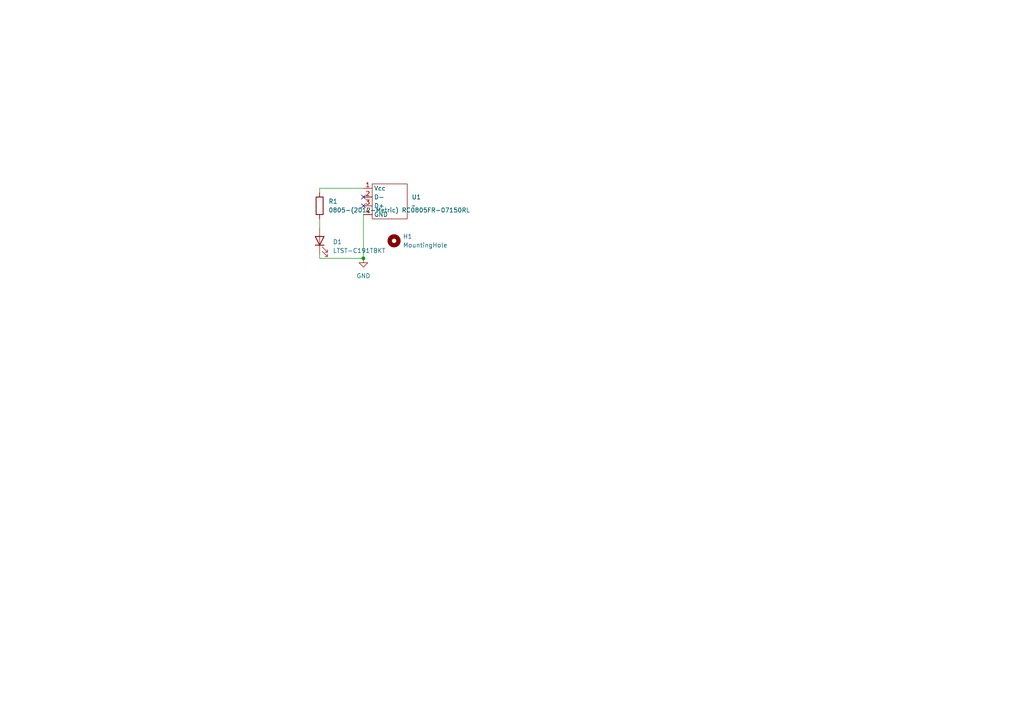
<source format=kicad_sch>
(kicad_sch
	(version 20250114)
	(generator "eeschema")
	(generator_version "9.0")
	(uuid "a00fde5f-78d8-47c4-91cf-f88cc3b941fd")
	(paper "A4")
	(lib_symbols
		(symbol "Device:LED"
			(pin_numbers
				(hide yes)
			)
			(pin_names
				(offset 1.016)
				(hide yes)
			)
			(exclude_from_sim no)
			(in_bom yes)
			(on_board yes)
			(property "Reference" "D"
				(at 0 2.54 0)
				(effects
					(font
						(size 1.27 1.27)
					)
				)
			)
			(property "Value" "LED"
				(at 0 -2.54 0)
				(effects
					(font
						(size 1.27 1.27)
					)
				)
			)
			(property "Footprint" ""
				(at 0 0 0)
				(effects
					(font
						(size 1.27 1.27)
					)
					(hide yes)
				)
			)
			(property "Datasheet" "~"
				(at 0 0 0)
				(effects
					(font
						(size 1.27 1.27)
					)
					(hide yes)
				)
			)
			(property "Description" "Light emitting diode"
				(at 0 0 0)
				(effects
					(font
						(size 1.27 1.27)
					)
					(hide yes)
				)
			)
			(property "Sim.Pins" "1=K 2=A"
				(at 0 0 0)
				(effects
					(font
						(size 1.27 1.27)
					)
					(hide yes)
				)
			)
			(property "ki_keywords" "LED diode"
				(at 0 0 0)
				(effects
					(font
						(size 1.27 1.27)
					)
					(hide yes)
				)
			)
			(property "ki_fp_filters" "LED* LED_SMD:* LED_THT:*"
				(at 0 0 0)
				(effects
					(font
						(size 1.27 1.27)
					)
					(hide yes)
				)
			)
			(symbol "LED_0_1"
				(polyline
					(pts
						(xy -3.048 -0.762) (xy -4.572 -2.286) (xy -3.81 -2.286) (xy -4.572 -2.286) (xy -4.572 -1.524)
					)
					(stroke
						(width 0)
						(type default)
					)
					(fill
						(type none)
					)
				)
				(polyline
					(pts
						(xy -1.778 -0.762) (xy -3.302 -2.286) (xy -2.54 -2.286) (xy -3.302 -2.286) (xy -3.302 -1.524)
					)
					(stroke
						(width 0)
						(type default)
					)
					(fill
						(type none)
					)
				)
				(polyline
					(pts
						(xy -1.27 0) (xy 1.27 0)
					)
					(stroke
						(width 0)
						(type default)
					)
					(fill
						(type none)
					)
				)
				(polyline
					(pts
						(xy -1.27 -1.27) (xy -1.27 1.27)
					)
					(stroke
						(width 0.254)
						(type default)
					)
					(fill
						(type none)
					)
				)
				(polyline
					(pts
						(xy 1.27 -1.27) (xy 1.27 1.27) (xy -1.27 0) (xy 1.27 -1.27)
					)
					(stroke
						(width 0.254)
						(type default)
					)
					(fill
						(type none)
					)
				)
			)
			(symbol "LED_1_1"
				(pin passive line
					(at -3.81 0 0)
					(length 2.54)
					(name "K"
						(effects
							(font
								(size 1.27 1.27)
							)
						)
					)
					(number "1"
						(effects
							(font
								(size 1.27 1.27)
							)
						)
					)
				)
				(pin passive line
					(at 3.81 0 180)
					(length 2.54)
					(name "A"
						(effects
							(font
								(size 1.27 1.27)
							)
						)
					)
					(number "2"
						(effects
							(font
								(size 1.27 1.27)
							)
						)
					)
				)
			)
			(embedded_fonts no)
		)
		(symbol "Device:R"
			(pin_numbers
				(hide yes)
			)
			(pin_names
				(offset 0)
			)
			(exclude_from_sim no)
			(in_bom yes)
			(on_board yes)
			(property "Reference" "R"
				(at 2.032 0 90)
				(effects
					(font
						(size 1.27 1.27)
					)
				)
			)
			(property "Value" "R"
				(at 0 0 90)
				(effects
					(font
						(size 1.27 1.27)
					)
				)
			)
			(property "Footprint" ""
				(at -1.778 0 90)
				(effects
					(font
						(size 1.27 1.27)
					)
					(hide yes)
				)
			)
			(property "Datasheet" "~"
				(at 0 0 0)
				(effects
					(font
						(size 1.27 1.27)
					)
					(hide yes)
				)
			)
			(property "Description" "Resistor"
				(at 0 0 0)
				(effects
					(font
						(size 1.27 1.27)
					)
					(hide yes)
				)
			)
			(property "ki_keywords" "R res resistor"
				(at 0 0 0)
				(effects
					(font
						(size 1.27 1.27)
					)
					(hide yes)
				)
			)
			(property "ki_fp_filters" "R_*"
				(at 0 0 0)
				(effects
					(font
						(size 1.27 1.27)
					)
					(hide yes)
				)
			)
			(symbol "R_0_1"
				(rectangle
					(start -1.016 -2.54)
					(end 1.016 2.54)
					(stroke
						(width 0.254)
						(type default)
					)
					(fill
						(type none)
					)
				)
			)
			(symbol "R_1_1"
				(pin passive line
					(at 0 3.81 270)
					(length 1.27)
					(name "~"
						(effects
							(font
								(size 1.27 1.27)
							)
						)
					)
					(number "1"
						(effects
							(font
								(size 1.27 1.27)
							)
						)
					)
				)
				(pin passive line
					(at 0 -3.81 90)
					(length 1.27)
					(name "~"
						(effects
							(font
								(size 1.27 1.27)
							)
						)
					)
					(number "2"
						(effects
							(font
								(size 1.27 1.27)
							)
						)
					)
				)
			)
			(embedded_fonts no)
		)
		(symbol "Mechanical:MountingHole"
			(pin_names
				(offset 1.016)
			)
			(exclude_from_sim no)
			(in_bom no)
			(on_board yes)
			(property "Reference" "H"
				(at 0 5.08 0)
				(effects
					(font
						(size 1.27 1.27)
					)
				)
			)
			(property "Value" "MountingHole"
				(at 0 3.175 0)
				(effects
					(font
						(size 1.27 1.27)
					)
				)
			)
			(property "Footprint" ""
				(at 0 0 0)
				(effects
					(font
						(size 1.27 1.27)
					)
					(hide yes)
				)
			)
			(property "Datasheet" "~"
				(at 0 0 0)
				(effects
					(font
						(size 1.27 1.27)
					)
					(hide yes)
				)
			)
			(property "Description" "Mounting Hole without connection"
				(at 0 0 0)
				(effects
					(font
						(size 1.27 1.27)
					)
					(hide yes)
				)
			)
			(property "ki_keywords" "mounting hole"
				(at 0 0 0)
				(effects
					(font
						(size 1.27 1.27)
					)
					(hide yes)
				)
			)
			(property "ki_fp_filters" "MountingHole*"
				(at 0 0 0)
				(effects
					(font
						(size 1.27 1.27)
					)
					(hide yes)
				)
			)
			(symbol "MountingHole_0_1"
				(circle
					(center 0 0)
					(radius 1.27)
					(stroke
						(width 1.27)
						(type default)
					)
					(fill
						(type none)
					)
				)
			)
			(embedded_fonts no)
		)
		(symbol "New_Library:Male_USB_A"
			(exclude_from_sim no)
			(in_bom yes)
			(on_board yes)
			(property "Reference" "U1"
				(at 11.43 8.8901 0)
				(effects
					(font
						(size 1.27 1.27)
					)
					(justify left)
				)
			)
			(property "Value" "~"
				(at 11.43 6.3501 0)
				(effects
					(font
						(size 1.27 1.27)
					)
					(justify left)
				)
			)
			(property "Footprint" "Library:USB_A_Male"
				(at 0 0 0)
				(effects
					(font
						(size 1.27 1.27)
					)
					(hide yes)
				)
			)
			(property "Datasheet" ""
				(at 0 0 0)
				(effects
					(font
						(size 1.27 1.27)
					)
					(hide yes)
				)
			)
			(property "Description" ""
				(at 0 0 0)
				(effects
					(font
						(size 1.27 1.27)
					)
					(hide yes)
				)
			)
			(symbol "Male_USB_A_0_1"
				(rectangle
					(start 0 12.7)
					(end 10.16 2.54)
					(stroke
						(width 0)
						(type default)
					)
					(fill
						(type none)
					)
				)
			)
			(symbol "Male_USB_A_1_1"
				(pin power_in line
					(at -2.54 11.43 0)
					(length 2.54)
					(name "Vcc"
						(effects
							(font
								(size 1.27 1.27)
							)
						)
					)
					(number "1"
						(effects
							(font
								(size 1.27 1.27)
							)
						)
					)
				)
				(pin bidirectional line
					(at -2.54 8.89 0)
					(length 2.54)
					(name "D-"
						(effects
							(font
								(size 1.27 1.27)
							)
						)
					)
					(number "2"
						(effects
							(font
								(size 1.27 1.27)
							)
						)
					)
				)
				(pin bidirectional line
					(at -2.54 6.35 0)
					(length 2.54)
					(name "D+"
						(effects
							(font
								(size 1.27 1.27)
							)
						)
					)
					(number "3"
						(effects
							(font
								(size 1.27 1.27)
							)
						)
					)
				)
				(pin power_in line
					(at -2.54 3.81 0)
					(length 2.54)
					(name "GND"
						(effects
							(font
								(size 1.27 1.27)
							)
						)
					)
					(number "4"
						(effects
							(font
								(size 1.27 1.27)
							)
						)
					)
				)
			)
			(embedded_fonts no)
		)
		(symbol "power:GND"
			(power)
			(pin_numbers
				(hide yes)
			)
			(pin_names
				(offset 0)
				(hide yes)
			)
			(exclude_from_sim no)
			(in_bom yes)
			(on_board yes)
			(property "Reference" "#PWR"
				(at 0 -6.35 0)
				(effects
					(font
						(size 1.27 1.27)
					)
					(hide yes)
				)
			)
			(property "Value" "GND"
				(at 0 -3.81 0)
				(effects
					(font
						(size 1.27 1.27)
					)
				)
			)
			(property "Footprint" ""
				(at 0 0 0)
				(effects
					(font
						(size 1.27 1.27)
					)
					(hide yes)
				)
			)
			(property "Datasheet" ""
				(at 0 0 0)
				(effects
					(font
						(size 1.27 1.27)
					)
					(hide yes)
				)
			)
			(property "Description" "Power symbol creates a global label with name \"GND\" , ground"
				(at 0 0 0)
				(effects
					(font
						(size 1.27 1.27)
					)
					(hide yes)
				)
			)
			(property "ki_keywords" "global power"
				(at 0 0 0)
				(effects
					(font
						(size 1.27 1.27)
					)
					(hide yes)
				)
			)
			(symbol "GND_0_1"
				(polyline
					(pts
						(xy 0 0) (xy 0 -1.27) (xy 1.27 -1.27) (xy 0 -2.54) (xy -1.27 -1.27) (xy 0 -1.27)
					)
					(stroke
						(width 0)
						(type default)
					)
					(fill
						(type none)
					)
				)
			)
			(symbol "GND_1_1"
				(pin power_in line
					(at 0 0 270)
					(length 0)
					(name "~"
						(effects
							(font
								(size 1.27 1.27)
							)
						)
					)
					(number "1"
						(effects
							(font
								(size 1.27 1.27)
							)
						)
					)
				)
			)
			(embedded_fonts no)
		)
	)
	(junction
		(at 105.41 74.93)
		(diameter 0)
		(color 0 0 0 0)
		(uuid "8c4b1040-7bde-472a-82a9-163efece030a")
	)
	(no_connect
		(at 105.41 59.69)
		(uuid "77076aa7-435c-4af4-b71c-cf43f281fa91")
	)
	(no_connect
		(at 105.41 57.15)
		(uuid "cbbc7409-5950-49d0-94ab-56a643153a40")
	)
	(wire
		(pts
			(xy 92.71 66.04) (xy 92.71 63.5)
		)
		(stroke
			(width 0)
			(type default)
		)
		(uuid "1a224ffc-d663-4d28-8e47-d6790f47b090")
	)
	(wire
		(pts
			(xy 92.71 54.61) (xy 92.71 55.88)
		)
		(stroke
			(width 0)
			(type default)
		)
		(uuid "9a01e34f-f85f-41a8-b64b-2c429fbe35fe")
	)
	(wire
		(pts
			(xy 92.71 74.93) (xy 105.41 74.93)
		)
		(stroke
			(width 0)
			(type default)
		)
		(uuid "9ae00fc7-1fbc-4bc4-8cae-c57470f8d9f3")
	)
	(wire
		(pts
			(xy 92.71 54.61) (xy 105.41 54.61)
		)
		(stroke
			(width 0)
			(type default)
		)
		(uuid "ba89e0a4-b311-472e-b674-19d69592b9c6")
	)
	(wire
		(pts
			(xy 92.71 73.66) (xy 92.71 74.93)
		)
		(stroke
			(width 0)
			(type default)
		)
		(uuid "c285742d-d74c-4104-8745-773dac701977")
	)
	(wire
		(pts
			(xy 105.41 74.93) (xy 105.41 62.23)
		)
		(stroke
			(width 0)
			(type default)
		)
		(uuid "fcb8c409-1d95-4e67-b881-673f4933af4a")
	)
	(symbol
		(lib_id "power:GND")
		(at 105.41 74.93 0)
		(unit 1)
		(exclude_from_sim no)
		(in_bom yes)
		(on_board yes)
		(dnp no)
		(fields_autoplaced yes)
		(uuid "23bb5e40-ab91-466e-b4ea-074bc7fd61d0")
		(property "Reference" "#PWR01"
			(at 105.41 81.28 0)
			(effects
				(font
					(size 1.27 1.27)
				)
				(hide yes)
			)
		)
		(property "Value" "GND"
			(at 105.41 80.01 0)
			(effects
				(font
					(size 1.27 1.27)
				)
			)
		)
		(property "Footprint" ""
			(at 105.41 74.93 0)
			(effects
				(font
					(size 1.27 1.27)
				)
				(hide yes)
			)
		)
		(property "Datasheet" ""
			(at 105.41 74.93 0)
			(effects
				(font
					(size 1.27 1.27)
				)
				(hide yes)
			)
		)
		(property "Description" "Power symbol creates a global label with name \"GND\" , ground"
			(at 105.41 74.93 0)
			(effects
				(font
					(size 1.27 1.27)
				)
				(hide yes)
			)
		)
		(pin "1"
			(uuid "5e84428d-ba93-4947-8184-78a7952c29a3")
		)
		(instances
			(project ""
				(path "/a00fde5f-78d8-47c4-91cf-f88cc3b941fd"
					(reference "#PWR01")
					(unit 1)
				)
			)
		)
	)
	(symbol
		(lib_id "Device:R")
		(at 92.71 59.69 0)
		(unit 1)
		(exclude_from_sim no)
		(in_bom yes)
		(on_board yes)
		(dnp no)
		(fields_autoplaced yes)
		(uuid "4ff8b310-e3f5-4ff0-a971-af415bf21933")
		(property "Reference" "R1"
			(at 95.25 58.4199 0)
			(effects
				(font
					(size 1.27 1.27)
				)
				(justify left)
			)
		)
		(property "Value" "0805-(2012-Metric) RC0805FR-07150RL"
			(at 95.25 60.9599 0)
			(effects
				(font
					(size 1.27 1.27)
				)
				(justify left)
			)
		)
		(property "Footprint" "Resistor_SMD:R_0603_1608Metric"
			(at 90.932 59.69 90)
			(effects
				(font
					(size 1.27 1.27)
				)
				(hide yes)
			)
		)
		(property "Datasheet" "~"
			(at 92.71 59.69 0)
			(effects
				(font
					(size 1.27 1.27)
				)
				(hide yes)
			)
		)
		(property "Description" "Resistor"
			(at 92.71 59.69 0)
			(effects
				(font
					(size 1.27 1.27)
				)
				(hide yes)
			)
		)
		(pin "2"
			(uuid "6d2bff94-8aaa-4d5c-af70-3e0523351b21")
		)
		(pin "1"
			(uuid "b633d520-6fe0-4f28-addf-7c4d259a0619")
		)
		(instances
			(project ""
				(path "/a00fde5f-78d8-47c4-91cf-f88cc3b941fd"
					(reference "R1")
					(unit 1)
				)
			)
		)
	)
	(symbol
		(lib_id "New_Library:Male_USB_A")
		(at 107.95 66.04 0)
		(unit 1)
		(exclude_from_sim no)
		(in_bom yes)
		(on_board yes)
		(dnp no)
		(fields_autoplaced yes)
		(uuid "87189adc-fcc2-416a-a190-49b641bb5301")
		(property "Reference" "U1"
			(at 119.38 57.1499 0)
			(effects
				(font
					(size 1.27 1.27)
				)
				(justify left)
			)
		)
		(property "Value" "~"
			(at 119.38 59.6899 0)
			(effects
				(font
					(size 1.27 1.27)
				)
				(justify left)
			)
		)
		(property "Footprint" "Library:USB_A_Male"
			(at 107.95 66.04 0)
			(effects
				(font
					(size 1.27 1.27)
				)
				(hide yes)
			)
		)
		(property "Datasheet" ""
			(at 107.95 66.04 0)
			(effects
				(font
					(size 1.27 1.27)
				)
				(hide yes)
			)
		)
		(property "Description" ""
			(at 107.95 66.04 0)
			(effects
				(font
					(size 1.27 1.27)
				)
				(hide yes)
			)
		)
		(pin "3"
			(uuid "70f8a303-7752-4462-b683-17d45bc4a060")
		)
		(pin "1"
			(uuid "2b86a02b-e180-49ea-9aa0-1f490e5b0c05")
		)
		(pin "2"
			(uuid "3a4bc6fb-e59e-468b-a760-838d0b220e95")
		)
		(pin "4"
			(uuid "1bf55ca1-4b98-48c1-846d-7b38ce6c5e1c")
		)
		(instances
			(project ""
				(path "/a00fde5f-78d8-47c4-91cf-f88cc3b941fd"
					(reference "U1")
					(unit 1)
				)
			)
		)
	)
	(symbol
		(lib_id "Mechanical:MountingHole")
		(at 114.3 69.85 0)
		(unit 1)
		(exclude_from_sim no)
		(in_bom no)
		(on_board yes)
		(dnp no)
		(fields_autoplaced yes)
		(uuid "8a423971-2a64-495b-b4b8-4662e6d3d7c6")
		(property "Reference" "H1"
			(at 116.84 68.5799 0)
			(effects
				(font
					(size 1.27 1.27)
				)
				(justify left)
			)
		)
		(property "Value" "MountingHole"
			(at 116.84 71.1199 0)
			(effects
				(font
					(size 1.27 1.27)
				)
				(justify left)
			)
		)
		(property "Footprint" "MountingHole:MountingHole_2.1mm"
			(at 114.3 69.85 0)
			(effects
				(font
					(size 1.27 1.27)
				)
				(hide yes)
			)
		)
		(property "Datasheet" "~"
			(at 114.3 69.85 0)
			(effects
				(font
					(size 1.27 1.27)
				)
				(hide yes)
			)
		)
		(property "Description" "Mounting Hole without connection"
			(at 114.3 69.85 0)
			(effects
				(font
					(size 1.27 1.27)
				)
				(hide yes)
			)
		)
		(instances
			(project ""
				(path "/a00fde5f-78d8-47c4-91cf-f88cc3b941fd"
					(reference "H1")
					(unit 1)
				)
			)
		)
	)
	(symbol
		(lib_id "Device:LED")
		(at 92.71 69.85 90)
		(unit 1)
		(exclude_from_sim no)
		(in_bom yes)
		(on_board yes)
		(dnp no)
		(fields_autoplaced yes)
		(uuid "cb1dd54a-b7f6-4b4d-a5f9-6aac2bfebeb3")
		(property "Reference" "D1"
			(at 96.52 70.1674 90)
			(effects
				(font
					(size 1.27 1.27)
				)
				(justify right)
			)
		)
		(property "Value" "LTST-C191TBKT"
			(at 96.52 72.7074 90)
			(effects
				(font
					(size 1.27 1.27)
				)
				(justify right)
			)
		)
		(property "Footprint" "LED_SMD:LED_0402_1005Metric_Pad0.77x0.64mm_HandSolder"
			(at 92.71 69.85 0)
			(effects
				(font
					(size 1.27 1.27)
				)
				(hide yes)
			)
		)
		(property "Datasheet" "~"
			(at 92.71 69.85 0)
			(effects
				(font
					(size 1.27 1.27)
				)
				(hide yes)
			)
		)
		(property "Description" "Light emitting diode"
			(at 92.71 69.85 0)
			(effects
				(font
					(size 1.27 1.27)
				)
				(hide yes)
			)
		)
		(property "Sim.Pins" "1=K 2=A"
			(at 92.71 69.85 0)
			(effects
				(font
					(size 1.27 1.27)
				)
				(hide yes)
			)
		)
		(pin "1"
			(uuid "7a203a51-fd73-4e7a-a425-5cc412552cb2")
		)
		(pin "2"
			(uuid "6e302f2c-cb8c-45dc-bad3-96f4aa162d81")
		)
		(instances
			(project ""
				(path "/a00fde5f-78d8-47c4-91cf-f88cc3b941fd"
					(reference "D1")
					(unit 1)
				)
			)
		)
	)
	(sheet_instances
		(path "/"
			(page "1")
		)
	)
	(embedded_fonts no)
)

</source>
